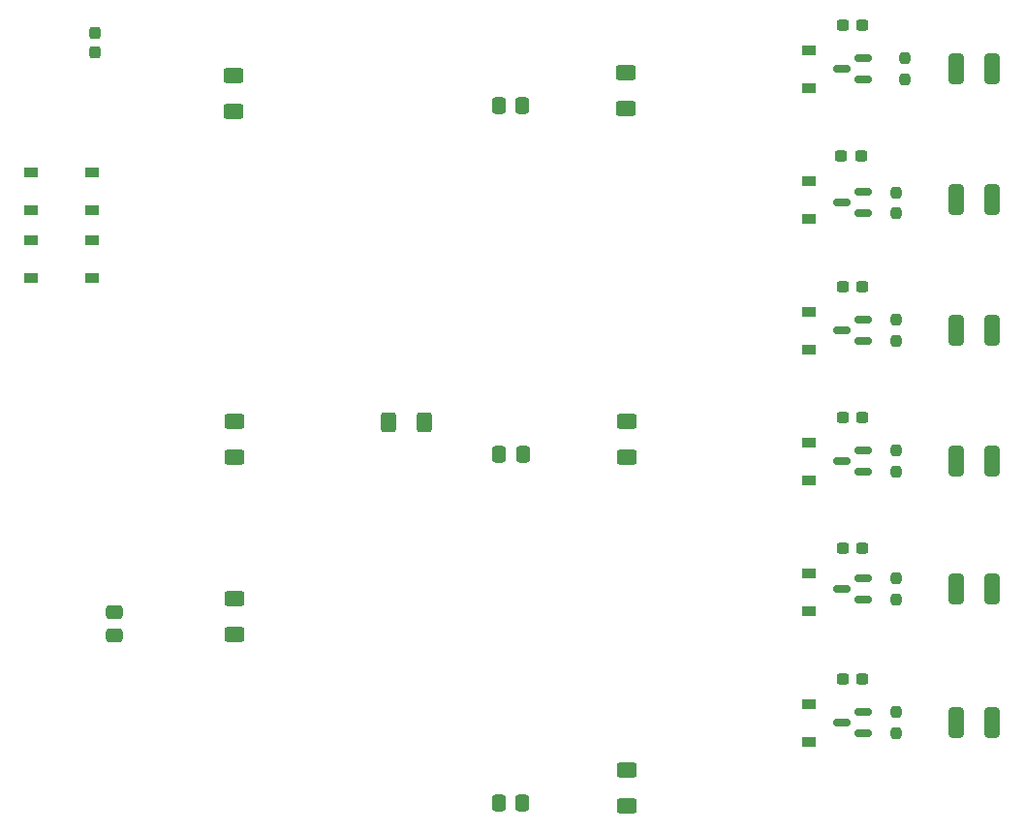
<source format=gbp>
G04 #@! TF.GenerationSoftware,KiCad,Pcbnew,6.0.9-8da3e8f707~116~ubuntu20.04.1*
G04 #@! TF.CreationDate,2023-03-12T22:42:40+01:00*
G04 #@! TF.ProjectId,six_to_six,7369785f-746f-45f7-9369-782e6b696361,rev?*
G04 #@! TF.SameCoordinates,Original*
G04 #@! TF.FileFunction,Paste,Bot*
G04 #@! TF.FilePolarity,Positive*
%FSLAX46Y46*%
G04 Gerber Fmt 4.6, Leading zero omitted, Abs format (unit mm)*
G04 Created by KiCad (PCBNEW 6.0.9-8da3e8f707~116~ubuntu20.04.1) date 2023-03-12 22:42:40*
%MOMM*%
%LPD*%
G01*
G04 APERTURE LIST*
G04 Aperture macros list*
%AMRoundRect*
0 Rectangle with rounded corners*
0 $1 Rounding radius*
0 $2 $3 $4 $5 $6 $7 $8 $9 X,Y pos of 4 corners*
0 Add a 4 corners polygon primitive as box body*
4,1,4,$2,$3,$4,$5,$6,$7,$8,$9,$2,$3,0*
0 Add four circle primitives for the rounded corners*
1,1,$1+$1,$2,$3*
1,1,$1+$1,$4,$5*
1,1,$1+$1,$6,$7*
1,1,$1+$1,$8,$9*
0 Add four rect primitives between the rounded corners*
20,1,$1+$1,$2,$3,$4,$5,0*
20,1,$1+$1,$4,$5,$6,$7,0*
20,1,$1+$1,$6,$7,$8,$9,0*
20,1,$1+$1,$8,$9,$2,$3,0*%
G04 Aperture macros list end*
%ADD10RoundRect,0.237500X0.237500X-0.300000X0.237500X0.300000X-0.237500X0.300000X-0.237500X-0.300000X0*%
%ADD11R,1.200000X0.900000*%
%ADD12RoundRect,0.237500X0.300000X0.237500X-0.300000X0.237500X-0.300000X-0.237500X0.300000X-0.237500X0*%
%ADD13RoundRect,0.250000X-0.625000X0.400000X-0.625000X-0.400000X0.625000X-0.400000X0.625000X0.400000X0*%
%ADD14RoundRect,0.150000X0.587500X0.150000X-0.587500X0.150000X-0.587500X-0.150000X0.587500X-0.150000X0*%
%ADD15RoundRect,0.250000X0.400000X1.075000X-0.400000X1.075000X-0.400000X-1.075000X0.400000X-1.075000X0*%
%ADD16RoundRect,0.250000X0.337500X0.475000X-0.337500X0.475000X-0.337500X-0.475000X0.337500X-0.475000X0*%
%ADD17RoundRect,0.237500X0.237500X-0.250000X0.237500X0.250000X-0.237500X0.250000X-0.237500X-0.250000X0*%
%ADD18RoundRect,0.250000X-0.475000X0.337500X-0.475000X-0.337500X0.475000X-0.337500X0.475000X0.337500X0*%
%ADD19RoundRect,0.250000X0.400000X0.625000X-0.400000X0.625000X-0.400000X-0.625000X0.400000X-0.625000X0*%
G04 APERTURE END LIST*
D10*
X652018000Y-164311500D03*
X652018000Y-162586500D03*
D11*
X714375000Y-201675000D03*
X714375000Y-198375000D03*
X714375000Y-224535000D03*
X714375000Y-221235000D03*
D12*
X719047500Y-219075000D03*
X717322500Y-219075000D03*
D11*
X651764000Y-174753000D03*
X651764000Y-178053000D03*
D13*
X698500000Y-227050000D03*
X698500000Y-230150000D03*
X698500000Y-196570000D03*
X698500000Y-199670000D03*
X664083000Y-166344000D03*
X664083000Y-169444000D03*
D14*
X719122500Y-199075000D03*
X719122500Y-200975000D03*
X717247500Y-200025000D03*
D12*
X719047500Y-161925000D03*
X717322500Y-161925000D03*
D15*
X730403000Y-211201000D03*
X727303000Y-211201000D03*
D12*
X719047500Y-207645000D03*
X717322500Y-207645000D03*
D16*
X689377500Y-199390000D03*
X687302500Y-199390000D03*
D17*
X721995000Y-223797500D03*
X721995000Y-221972500D03*
D13*
X664210000Y-212064000D03*
X664210000Y-215164000D03*
D17*
X721995000Y-178354500D03*
X721995000Y-176529500D03*
D14*
X719122500Y-221935000D03*
X719122500Y-223835000D03*
X717247500Y-222885000D03*
D11*
X651764000Y-180722000D03*
X651764000Y-184022000D03*
D12*
X719047500Y-184785000D03*
X717322500Y-184785000D03*
D17*
X721995000Y-189507500D03*
X721995000Y-187682500D03*
D11*
X714375000Y-167385000D03*
X714375000Y-164085000D03*
D13*
X664210000Y-196570000D03*
X664210000Y-199670000D03*
D14*
X719122500Y-187645000D03*
X719122500Y-189545000D03*
X717247500Y-188595000D03*
X719122500Y-210251000D03*
X719122500Y-212151000D03*
X717247500Y-211201000D03*
D15*
X730403000Y-188595000D03*
X727303000Y-188595000D03*
D12*
X718947500Y-173355000D03*
X717222500Y-173355000D03*
D16*
X689356500Y-229870000D03*
X687281500Y-229870000D03*
D17*
X721995000Y-200937500D03*
X721995000Y-199112500D03*
D16*
X689356500Y-168910000D03*
X687281500Y-168910000D03*
D15*
X730403000Y-222885000D03*
X727303000Y-222885000D03*
D11*
X714375000Y-178815000D03*
X714375000Y-175515000D03*
X646430000Y-184022000D03*
X646430000Y-180722000D03*
D18*
X653669000Y-213211500D03*
X653669000Y-215286500D03*
D11*
X646430000Y-178054000D03*
X646430000Y-174754000D03*
D13*
X698373000Y-166090000D03*
X698373000Y-169190000D03*
D19*
X680746000Y-196596000D03*
X677646000Y-196596000D03*
D15*
X730403000Y-165735000D03*
X727303000Y-165735000D03*
X730403000Y-200025000D03*
X727303000Y-200025000D03*
D14*
X719122500Y-164785000D03*
X719122500Y-166685000D03*
X717247500Y-165735000D03*
D11*
X714375000Y-190245000D03*
X714375000Y-186945000D03*
X714375000Y-213105000D03*
X714375000Y-209805000D03*
D17*
X722757000Y-166647500D03*
X722757000Y-164822500D03*
X721995000Y-212113500D03*
X721995000Y-210288500D03*
D14*
X719122500Y-176469000D03*
X719122500Y-178369000D03*
X717247500Y-177419000D03*
D12*
X719047500Y-196215000D03*
X717322500Y-196215000D03*
D15*
X730403000Y-177165000D03*
X727303000Y-177165000D03*
M02*

</source>
